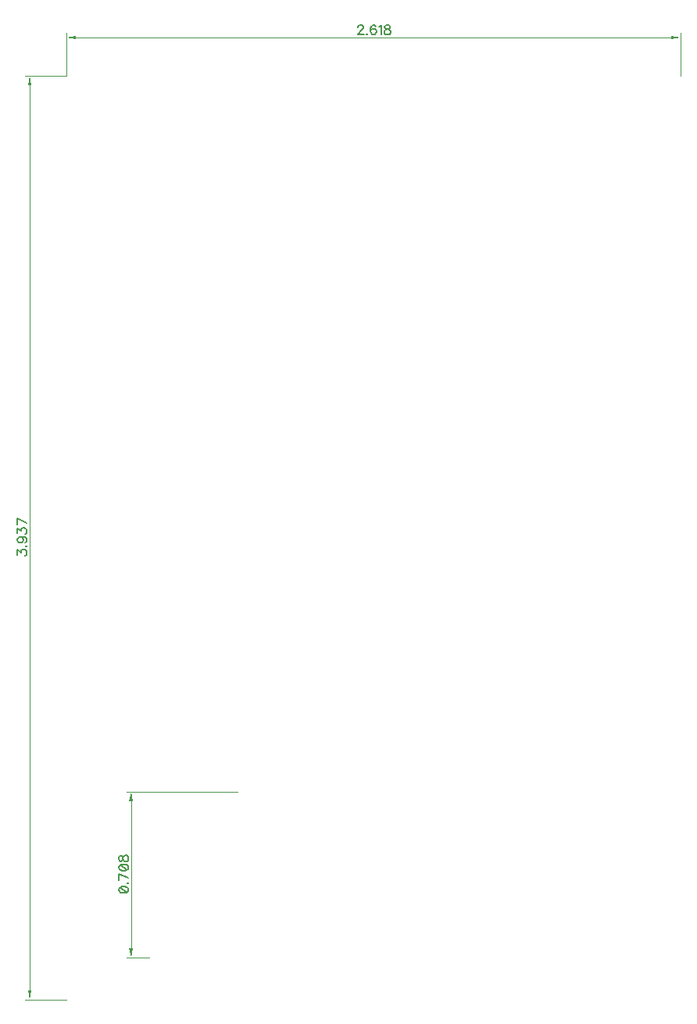
<source format=gbr>
G04 DipTrace 3.3.1.1*
G04 TopDimension.gbr*
%MOIN*%
G04 #@! TF.FileFunction,Drawing,Top*
G04 #@! TF.Part,Single*
%ADD13C,0.001378*%
%ADD39C,0.006176*%
%FSLAX26Y26*%
G04*
G70*
G90*
G75*
G01*
G04 TopDimension*
%LPD*%
X394000Y4331008D2*
D13*
X216835D1*
X394000Y394000D2*
X216835D1*
X236520Y2362504D2*
Y4291638D1*
G36*
Y4331008D2*
X244394Y4291638D1*
X228646D1*
X236520Y4331008D1*
G37*
Y2362504D2*
D13*
Y433370D1*
G36*
Y394000D2*
X228646Y433370D1*
X244394D1*
X236520Y394000D1*
G37*
X1122346Y1279827D2*
D13*
X649906D1*
X748331Y571814D2*
X649906D1*
X669591Y925820D2*
Y1240457D1*
G36*
Y1279827D2*
X677465Y1240457D1*
X661717D1*
X669591Y1279827D1*
G37*
Y925820D2*
D13*
Y611184D1*
G36*
Y571814D2*
X661717Y611184D1*
X677465D1*
X669591Y571814D1*
G37*
X394000Y4331008D2*
D13*
Y4516100D1*
X3012110Y4331008D2*
Y4516100D1*
X1703055Y4496415D2*
X433370D1*
G36*
X394000D2*
X433370Y4504289D1*
Y4488541D1*
X394000Y4496415D1*
G37*
X1703055D2*
D13*
X2972740D1*
G36*
X3012110D2*
X2972740Y4488541D1*
Y4504289D1*
X3012110Y4496415D1*
G37*
X184161Y2290174D2*
D39*
Y2311176D1*
X199460Y2299724D1*
Y2305472D1*
X201361Y2309275D1*
X203262Y2311176D1*
X209010Y2313122D1*
X212813D1*
X218561Y2311176D1*
X222408Y2307374D1*
X224309Y2301626D1*
Y2295877D1*
X222408Y2290174D1*
X220462Y2288272D1*
X216660Y2286327D1*
X220462Y2327374D2*
X222408Y2325473D1*
X224309Y2327374D1*
X222408Y2329320D1*
X220462Y2327374D1*
X197514Y2366565D2*
X203262Y2364619D1*
X207109Y2360816D1*
X209010Y2355068D1*
Y2353167D1*
X207109Y2347419D1*
X203262Y2343617D1*
X197514Y2341671D1*
X195613D1*
X189865Y2343617D1*
X186062Y2347419D1*
X184161Y2353167D1*
Y2355068D1*
X186062Y2360816D1*
X189865Y2364619D1*
X197514Y2366565D1*
X207109D1*
X216660Y2364619D1*
X222408Y2360816D1*
X224309Y2355068D1*
Y2351266D1*
X222408Y2345518D1*
X218561Y2343617D1*
X184161Y2382763D2*
Y2403765D1*
X199460Y2392313D1*
Y2398061D1*
X201361Y2401864D1*
X203262Y2403765D1*
X209010Y2405711D1*
X212813D1*
X218561Y2403765D1*
X222408Y2399963D1*
X224309Y2394215D1*
Y2388467D1*
X222408Y2382763D1*
X220462Y2380861D1*
X216660Y2378916D1*
X224309Y2425711D2*
X184161Y2444857D1*
Y2418062D1*
X617232Y860211D2*
X619133Y854463D1*
X624881Y850616D1*
X634432Y848715D1*
X640180D1*
X649730Y850616D1*
X655479Y854463D1*
X657380Y860211D1*
Y864013D1*
X655479Y869761D1*
X649730Y873564D1*
X640180Y875509D1*
X634432D1*
X624881Y873564D1*
X619133Y869761D1*
X617232Y864013D1*
Y860211D1*
X624881Y873564D2*
X649730Y850616D1*
X653533Y889762D2*
X655479Y887861D1*
X657380Y889762D1*
X655479Y891707D1*
X653533Y889762D1*
X657380Y911708D2*
X617232Y930854D1*
Y904059D1*
Y954701D2*
X619133Y948953D1*
X624881Y945106D1*
X634432Y943205D1*
X640180D1*
X649730Y945106D1*
X655479Y948953D1*
X657380Y954701D1*
Y958504D1*
X655479Y964252D1*
X649730Y968054D1*
X640180Y970000D1*
X634432D1*
X624881Y968054D1*
X619133Y964252D1*
X617232Y958504D1*
Y954701D1*
X624881Y968054D2*
X649730Y945106D1*
X617232Y991902D2*
X619133Y986198D1*
X622936Y984252D1*
X626783D1*
X630585Y986198D1*
X632531Y990000D1*
X634432Y997650D1*
X636333Y1003398D1*
X640180Y1007200D1*
X643982Y1009101D1*
X649730D1*
X653533Y1007200D1*
X655479Y1005299D1*
X657380Y999551D1*
Y991902D1*
X655479Y986198D1*
X653533Y984252D1*
X649730Y982351D1*
X643982D1*
X640180Y984252D1*
X636333Y988099D1*
X634432Y993803D1*
X632531Y1001452D1*
X630585Y1005299D1*
X626783Y1007200D1*
X622936D1*
X619133Y1005299D1*
X617232Y999551D1*
Y991902D1*
X1637468Y4539223D2*
Y4541124D1*
X1639369Y4544971D1*
X1641270Y4546872D1*
X1645117Y4548773D1*
X1652766D1*
X1656569Y4546872D1*
X1658470Y4544971D1*
X1660416Y4541124D1*
Y4537321D1*
X1658470Y4533475D1*
X1654668Y4527771D1*
X1635522Y4508625D1*
X1662317D1*
X1676570Y4512472D2*
X1674668Y4510527D1*
X1676570Y4508625D1*
X1678515Y4510527D1*
X1676570Y4512472D1*
X1713814Y4543069D2*
X1711913Y4546872D1*
X1706165Y4548773D1*
X1702363D1*
X1696614Y4546872D1*
X1692768Y4541124D1*
X1690866Y4531573D1*
Y4522023D1*
X1692768Y4514373D1*
X1696614Y4510527D1*
X1702363Y4508625D1*
X1704264D1*
X1709968Y4510527D1*
X1713814Y4514373D1*
X1715716Y4520122D1*
Y4522023D1*
X1713814Y4527771D1*
X1709968Y4531573D1*
X1704264Y4533475D1*
X1702363D1*
X1696614Y4531573D1*
X1692768Y4527771D1*
X1690866Y4522023D1*
X1728067Y4541124D2*
X1731914Y4543069D1*
X1737662Y4548773D1*
Y4508625D1*
X1759564Y4548773D2*
X1753860Y4546872D1*
X1751915Y4543069D1*
Y4539223D1*
X1753860Y4535420D1*
X1757663Y4533475D1*
X1765312Y4531573D1*
X1771060Y4529672D1*
X1774862Y4525825D1*
X1776764Y4522023D1*
Y4516275D1*
X1774862Y4512472D1*
X1772961Y4510527D1*
X1767213Y4508625D1*
X1759564D1*
X1753860Y4510527D1*
X1751915Y4512472D1*
X1750013Y4516275D1*
Y4522023D1*
X1751915Y4525825D1*
X1755761Y4529672D1*
X1761465Y4531573D1*
X1769114Y4533475D1*
X1772961Y4535420D1*
X1774862Y4539223D1*
Y4543069D1*
X1772961Y4546872D1*
X1767213Y4548773D1*
X1759564D1*
M02*

</source>
